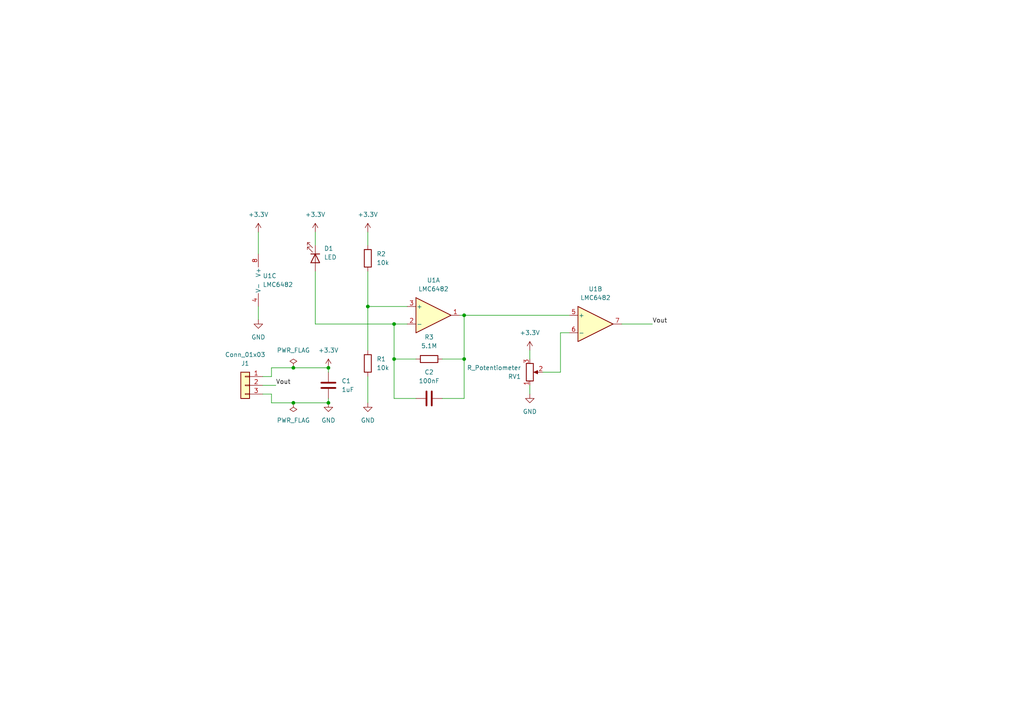
<source format=kicad_sch>
(kicad_sch (version 20250114) (generator "eeschema") (generator_version "9.0")
  (paper "A4")
  (lib_symbols
    (symbol "Amplifier_Operational:LMC6482" (pin_names (offset 0.127))
      (property "Reference" "U" (at 0 5.08 0))
      (property "Value" "LMC6482" (at 0 -5.08 0))
      (symbol "LMC6482_1_1"
        (polyline (pts (xy -5.08 5.08) (xy 5.08 0) (xy -5.08 -5.08) (xy -5.08 5.08)) (stroke (width 0.254)) (fill (type background)))
        (pin input line (at -7.62 2.54 0) (length 2.54) (name "+") (number "3"))
        (pin input line (at -7.62 -2.54 0) (length 2.54) (name "-") (number "2"))
        (pin output line (at 7.62 0 180) (length 2.54) (name "~") (number "1"))
      )
      (symbol "LMC6482_2_1"
        (polyline (pts (xy -5.08 5.08) (xy 5.08 0) (xy -5.08 -5.08) (xy -5.08 5.08)) (stroke (width 0.254)) (fill (type background)))
        (pin input line (at -7.62 2.54 0) (length 2.54) (name "+") (number "5"))
        (pin input line (at -7.62 -2.54 0) (length 2.54) (name "-") (number "6"))
        (pin output line (at 7.62 0 180) (length 2.54) (name "~") (number "7"))
      )
      (symbol "LMC6482_3_1"
        (pin power_in line (at -2.54 7.62 270) (length 3.81) (name "V+") (number "8"))
        (pin power_in line (at -2.54 -7.62 90) (length 3.81) (name "V-") (number "4"))
      )
    )
    (symbol "Connector_Generic:Conn_01x03" (pin_names (offset 1.016) (hide yes))
      (property "Reference" "J" (at 0 5.08 0))
      (property "Value" "Conn_01x03" (at 0 -5.08 0))
      (symbol "Conn_01x03_1_1"
        (rectangle (start -1.27 3.81) (end 1.27 -3.81) (stroke (width 0.254)) (fill (type background)))
        (rectangle (start -1.27 2.667) (end 0 2.413) (stroke (width 0.1524)))
        (rectangle (start -1.27 0.127) (end 0 -0.127) (stroke (width 0.1524)))
        (rectangle (start -1.27 -2.413) (end 0 -2.667) (stroke (width 0.1524)))
        (pin passive line (at -5.08 2.54 0) (length 3.81) (name "Pin_1") (number "1"))
        (pin passive line (at -5.08 0 0) (length 3.81) (name "Pin_2") (number "2"))
        (pin passive line (at -5.08 -2.54 0) (length 3.81) (name "Pin_3") (number "3"))
      )
    )
    (symbol "Device:C" (pin_numbers (hide yes)) (pin_names (offset 0.254))
      (property "Reference" "C" (at 0.635 2.54 0))
      (property "Value" "C" (at 0.635 -2.54 0))
      (symbol "C_0_1"
        (polyline (pts (xy -2.032 0.762) (xy 2.032 0.762)) (stroke (width 0.508)))
        (polyline (pts (xy -2.032 -0.762) (xy 2.032 -0.762)) (stroke (width 0.508)))
      )
      (symbol "C_1_1"
        (pin passive line (at 0 3.81 270) (length 2.794) (name "~") (number "1"))
        (pin passive line (at 0 -3.81 90) (length 2.794) (name "~") (number "2"))
      )
    )
    (symbol "Device:LED" (pin_numbers (hide yes)) (pin_names (offset 1.016) (hide yes))
      (property "Reference" "D" (at 0 2.54 0))
      (property "Value" "LED" (at 0 -2.54 0))
      (symbol "LED_0_1"
        (polyline (pts (xy -3.048 -0.762) (xy -4.572 -2.286) (xy -3.81 -2.286) (xy -4.572 -2.286) (xy -4.572 -1.524)))
        (polyline (pts (xy -1.778 -0.762) (xy -3.302 -2.286) (xy -2.54 -2.286) (xy -3.302 -2.286) (xy -3.302 -1.524)))
        (polyline (pts (xy -1.27 0) (xy 1.27 0)))
        (polyline (pts (xy -1.27 -1.27) (xy -1.27 1.27)) (stroke (width 0.254)))
        (polyline (pts (xy 1.27 -1.27) (xy 1.27 1.27) (xy -1.27 0) (xy 1.27 -1.27)) (stroke (width 0.254)))
      )
      (symbol "LED_1_1"
        (pin passive line (at -3.81 0 0) (length 2.54) (name "K") (number "1"))
        (pin passive line (at 3.81 0 180) (length 2.54) (name "A") (number "2"))
      )
    )
    (symbol "Device:R" (pin_numbers (hide yes)) (pin_names (offset 0))
      (property "Reference" "R" (at 2.032 0 90))
      (property "Value" "R" (at 0 0 90))
      (symbol "R_0_1"
        (rectangle (start -1.016 -2.54) (end 1.016 2.54) (stroke (width 0.254)))
      )
      (symbol "R_1_1"
        (pin passive line (at 0 3.81 270) (length 1.27) (name "~") (number "1"))
        (pin passive line (at 0 -3.81 90) (length 1.27) (name "~") (number "2"))
      )
    )
    (symbol "Device:R_Potentiometer" (pin_names (offset 1.016) (hide yes))
      (property "Reference" "RV" (at -4.445 0 90))
      (property "Value" "R_Potentiometer" (at -2.54 0 90))
      (symbol "R_Potentiometer_0_1"
        (rectangle (start 1.016 2.54) (end -1.016 -2.54) (stroke (width 0.254)))
        (polyline (pts (xy 1.143 0) (xy 2.286 0.508) (xy 2.286 -0.508) (xy 1.143 0)) (fill (type outline)))
        (polyline (pts (xy 2.54 0) (xy 1.524 0)))
      )
      (symbol "R_Potentiometer_1_1"
        (pin passive line (at 0 3.81 270) (length 1.27) (name "1") (number "1"))
        (pin passive line (at 0 -3.81 90) (length 1.27) (name "3") (number "3"))
        (pin passive line (at 3.81 0 180) (length 1.27) (name "2") (number "2"))
      )
    )
    (symbol "power:+3.3V" (power) (pin_numbers (hide yes)) (pin_names (offset 0) (hide yes))
      (property "Value" "+3.3V" (at 0 3.556 0))
      (symbol "+3.3V_0_1"
        (polyline (pts (xy -0.762 1.27) (xy 0 2.54)))
        (polyline (pts (xy 0 2.54) (xy 0.762 1.27)))
        (polyline (pts (xy 0 0) (xy 0 2.54)))
      )
      (symbol "+3.3V_1_1"
        (pin power_in line (at 0 0 90) (length 0) (name "~") (number "1"))
      )
    )
    (symbol "power:GND" (power) (pin_numbers (hide yes)) (pin_names (offset 0) (hide yes))
      (property "Value" "GND" (at 0 -3.81 0))
      (symbol "GND_0_1"
        (polyline (pts (xy 0 0) (xy 0 -1.27) (xy 1.27 -1.27) (xy 0 -2.54) (xy -1.27 -1.27) (xy 0 -1.27)))
      )
      (symbol "GND_1_1"
        (pin power_in line (at 0 0 270) (length 0) (name "~") (number "1"))
      )
    )
    (symbol "power:PWR_FLAG" (power) (pin_numbers (hide yes)) (pin_names (offset 0) (hide yes))
      (property "Value" "PWR_FLAG" (at 0 3.81 0))
      (symbol "PWR_FLAG_0_0"
        (pin power_out line (at 0 0 90) (length 0) (name "~") (number "1"))
      )
      (symbol "PWR_FLAG_0_1"
        (polyline (pts (xy 0 0) (xy 0 1.27) (xy -1.016 1.905) (xy 0 2.54) (xy 1.016 1.905) (xy 0 1.27)))
      )
    )
  )
  (junction (at 134.62 104.14))
  (junction (at 95.25 106.68))
  (junction (at 114.3 104.14))
  (junction (at 85.09 106.68))
  (junction (at 85.09 116.84))
  (junction (at 95.25 116.84))
  (junction (at 106.68 88.9))
  (junction (at 114.3 93.98))
  (junction (at 134.62 91.44))
  (wire (pts (xy 114.3 115.57) (xy 114.3 104.14)))
  (wire (pts (xy 120.65 115.57) (xy 114.3 115.57)))
  (wire (pts (xy 76.2 109.22) (xy 78.74 109.22)))
  (wire (pts (xy 133.35 91.44) (xy 134.62 91.44)))
  (wire (pts (xy 114.3 104.14) (xy 114.3 93.98)))
  (wire (pts (xy 134.62 104.14) (xy 134.62 91.44)))
  (wire (pts (xy 78.74 116.84) (xy 85.09 116.84)))
  (wire (pts (xy 78.74 106.68) (xy 85.09 106.68)))
  (wire (pts (xy 157.48 107.95) (xy 162.56 107.95)))
  (wire (pts (xy 85.09 116.84) (xy 95.25 116.84)))
  (wire (pts (xy 106.68 88.9) (xy 106.68 101.6)))
  (wire (pts (xy 180.34 93.98) (xy 189.23 93.98)))
  (wire (pts (xy 106.68 78.74) (xy 106.68 88.9)))
  (wire (pts (xy 91.44 93.98) (xy 114.3 93.98)))
  (wire (pts (xy 76.2 111.76) (xy 80.01 111.76)))
  (wire (pts (xy 95.25 115.57) (xy 95.25 116.84)))
  (wire (pts (xy 85.09 106.68) (xy 95.25 106.68)))
  (wire (pts (xy 95.25 106.68) (xy 95.25 107.95)))
  (wire (pts (xy 134.62 91.44) (xy 165.1 91.44)))
  (wire (pts (xy 153.67 101.6) (xy 153.67 104.14)))
  (wire (pts (xy 78.74 114.3) (xy 78.74 116.84)))
  (wire (pts (xy 153.67 114.3) (xy 153.67 111.76)))
  (wire (pts (xy 134.62 115.57) (xy 134.62 104.14)))
  (wire (pts (xy 74.93 88.9) (xy 74.93 92.71)))
  (wire (pts (xy 91.44 67.31) (xy 91.44 71.12)))
  (wire (pts (xy 91.44 78.74) (xy 91.44 93.98)))
  (wire (pts (xy 74.93 67.31) (xy 74.93 73.66)))
  (wire (pts (xy 128.27 115.57) (xy 134.62 115.57)))
  (wire (pts (xy 106.68 88.9) (xy 118.11 88.9)))
  (wire (pts (xy 114.3 93.98) (xy 118.11 93.98)))
  (wire (pts (xy 114.3 104.14) (xy 120.65 104.14)))
  (wire (pts (xy 106.68 67.31) (xy 106.68 71.12)))
  (wire (pts (xy 162.56 107.95) (xy 162.56 96.52)))
  (wire (pts (xy 162.56 96.52) (xy 165.1 96.52)))
  (wire (pts (xy 106.68 109.22) (xy 106.68 116.84)))
  (wire (pts (xy 78.74 109.22) (xy 78.74 106.68)))
  (wire (pts (xy 128.27 104.14) (xy 134.62 104.14)))
  (wire (pts (xy 76.2 114.3) (xy 78.74 114.3)))
  (label "Vout" (at 80.01 111.76 0))
  (label "Vout" (at 189.23 93.98 0))
  (symbol (lib_id "Device:C") (at 95.25 111.76 0) (unit 1)
    (property "Reference" "C1" (at 99.06 110.4899 0) (effects (justify left)))
    (property "Value" "1uF" (at 99.06 113.0299 0) (effects (justify left)))
    (property "Footprint" "Capacitor_SMD:C_0805_2012Metric" (effects (hide yes)))
    (property "Description" "Unpolarized capacitor" (effects (hide yes)))
  )
  (symbol (lib_id "Device:R_Potentiometer") (at 153.67 107.95 0) (mirror x) (unit 1)
    (property "Reference" "RV1" (at 151.13 109.2201 0) (effects (justify right)))
    (property "Value" "R_Potentiometer" (at 151.13 106.6801 0) (effects (justify right)))
    (property "Footprint" "Potentiometer_THT:Potentiometer_Vishay_T7-YA_Single_Vertical" (effects (hide yes)))
    (property "Description" "Potentiometer" (effects (hide yes)))
  )
  (symbol (lib_id "Amplifier_Operational:LMC6482") (at 77.47 81.28 0) (unit 3)
    (property "Reference" "U1" (at 76.2 80.0099 0) (effects (justify left)))
    (property "Value" "LMC6482" (at 76.2 82.5499 0) (effects (justify left)))
    (property "Footprint" "Package_SO:SOIC-8_3.9x4.9mm_P1.27mm" (effects (hide yes)))
    (property "Datasheet" "http://www.ti.com/lit/ds/symlink/lmc6482.pdf" (effects (hide yes)))
    (property "Description" "Dual CMOS Rail-to-Rail Input and Output Operational Amplifier, DIP-8/SOIC-8, SSOP-8" (effects (hide yes)))
  )
  (symbol (lib_id "power:+3.3V") (at 95.25 106.68 0) (unit 1)
    (property "Reference" "#PWR03" (effects (hide yes)))
    (property "Value" "+3.3V" (at 95.25 101.6 0))
    (property "Description" "Power symbol creates a global label with name \"+3.3V\"" (effects (hide yes)))
  )
  (symbol (lib_id "Device:R") (at 106.68 74.93 0) (unit 1)
    (property "Reference" "R2" (at 109.22 73.6599 0) (effects (justify left)))
    (property "Value" "10k" (at 109.22 76.1999 0) (effects (justify left)))
    (property "Footprint" "Resistor_THT:R_Axial_DIN0207_L6.3mm_D2.5mm_P7.62mm_Horizontal" (effects (hide yes)))
    (property "Description" "Resistor" (effects (hide yes)))
  )
  (symbol (lib_id "power:GND") (at 74.93 92.71 0) (unit 1)
    (property "Reference" "#PWR01" (effects (hide yes)))
    (property "Value" "GND" (at 74.93 97.79 0))
    (property "Description" "Power symbol creates a global label with name \"GND\" , ground" (effects (hide yes)))
  )
  (symbol (lib_id "Device:C") (at 124.46 115.57 90) (unit 1)
    (property "Reference" "C2" (at 124.46 107.95 90))
    (property "Value" "100nF" (at 124.46 110.49 90))
    (property "Footprint" "Capacitor_SMD:C_0805_2012Metric" (effects (hide yes)))
    (property "Description" "Unpolarized capacitor" (effects (hide yes)))
  )
  (symbol (lib_id "power:GND") (at 153.67 114.3 0) (unit 1)
    (property "Reference" "#PWR05" (effects (hide yes)))
    (property "Value" "GND" (at 153.67 119.38 0))
    (property "Description" "Power symbol creates a global label with name \"GND\" , ground" (effects (hide yes)))
  )
  (symbol (lib_id "power:+3.3V") (at 153.67 101.6 0) (unit 1)
    (property "Reference" "#PWR09" (effects (hide yes)))
    (property "Value" "+3.3V" (at 153.67 96.52 0))
    (property "Description" "Power symbol creates a global label with name \"+3.3V\"" (effects (hide yes)))
  )
  (symbol (lib_id "Device:R") (at 106.68 105.41 0) (unit 1)
    (property "Reference" "R1" (at 109.22 104.1399 0) (effects (justify left)))
    (property "Value" "10k" (at 109.22 106.6799 0) (effects (justify left)))
    (property "Footprint" "Resistor_THT:R_Axial_DIN0207_L6.3mm_D2.5mm_P7.62mm_Horizontal" (effects (hide yes)))
    (property "Description" "Resistor" (effects (hide yes)))
  )
  (symbol (lib_id "power:PWR_FLAG") (at 85.09 116.84 180) (unit 1)
    (property "Reference" "#FLG02" (effects (hide yes)))
    (property "Value" "PWR_FLAG" (at 85.09 121.92 0))
    (property "Description" "Special symbol for telling ERC where power comes from" (effects (hide yes)))
  )
  (symbol (lib_id "power:GND") (at 95.25 116.84 0) (unit 1)
    (property "Reference" "#PWR04" (effects (hide yes)))
    (property "Value" "GND" (at 95.25 121.92 0))
    (property "Description" "Power symbol creates a global label with name \"GND\" , ground" (effects (hide yes)))
  )
  (symbol (lib_id "power:GND") (at 106.68 116.84 0) (unit 1)
    (property "Reference" "#PWR08" (effects (hide yes)))
    (property "Value" "GND" (at 106.68 121.92 0))
    (property "Description" "Power symbol creates a global label with name \"GND\" , ground" (effects (hide yes)))
  )
  (symbol (lib_id "power:+3.3V") (at 106.68 67.31 0) (unit 1)
    (property "Reference" "#PWR07" (effects (hide yes)))
    (property "Value" "+3.3V" (at 106.68 62.23 0))
    (property "Description" "Power symbol creates a global label with name \"+3.3V\"" (effects (hide yes)))
  )
  (symbol (lib_id "power:+3.3V") (at 74.93 67.31 0) (unit 1)
    (property "Reference" "#PWR02" (effects (hide yes)))
    (property "Value" "+3.3V" (at 74.93 62.23 0))
    (property "Description" "Power symbol creates a global label with name \"+3.3V\"" (effects (hide yes)))
  )
  (symbol (lib_id "Amplifier_Operational:LMC6482") (at 125.73 91.44 0) (unit 1)
    (property "Reference" "U1" (at 125.73 81.28 0))
    (property "Value" "LMC6482" (at 125.73 83.82 0))
    (property "Footprint" "Package_SO:SOIC-8_3.9x4.9mm_P1.27mm" (effects (hide yes)))
    (property "Datasheet" "http://www.ti.com/lit/ds/symlink/lmc6482.pdf" (effects (hide yes)))
    (property "Description" "Dual CMOS Rail-to-Rail Input and Output Operational Amplifier, DIP-8/SOIC-8, SSOP-8" (effects (hide yes)))
  )
  (symbol (lib_id "Connector_Generic:Conn_01x03") (at 71.12 111.76 0) (mirror y) (unit 1)
    (property "Reference" "J1" (at 71.12 105.41 0))
    (property "Value" "Conn_01x03" (at 71.12 102.87 0))
    (property "Footprint" "Connector_PinSocket_2.54mm:PinSocket_1x03_P2.54mm_Vertical" (effects (hide yes)))
    (property "Description" "Generic connector, single row, 01x03, script generated (kicad-library-utils/schlib/autogen/connector/)" (effects (hide yes)))
  )
  (symbol (lib_id "Device:LED") (at 91.44 74.93 270) (unit 1)
    (property "Reference" "D1" (at 93.98 72.0724 90) (effects (justify left)))
    (property "Value" "LED" (at 93.98 74.6124 90) (effects (justify left)))
    (property "Footprint" "LED_THT:LED_D5.0mm" (effects (hide yes)))
    (property "Description" "Light emitting diode" (effects (hide yes)))
    (property "Sim.Pins" "1=K 2=A" (effects (hide yes)))
  )
  (symbol (lib_id "power:PWR_FLAG") (at 85.09 106.68 0) (unit 1)
    (property "Reference" "#FLG01" (effects (hide yes)))
    (property "Value" "PWR_FLAG" (at 85.09 101.6 0))
    (property "Description" "Special symbol for telling ERC where power comes from" (effects (hide yes)))
  )
  (symbol (lib_id "Amplifier_Operational:LMC6482") (at 172.72 93.98 0) (unit 2)
    (property "Reference" "U1" (at 172.72 83.82 0))
    (property "Value" "LMC6482" (at 172.72 86.36 0))
    (property "Footprint" "Package_SO:SOIC-8_3.9x4.9mm_P1.27mm" (effects (hide yes)))
    (property "Datasheet" "http://www.ti.com/lit/ds/symlink/lmc6482.pdf" (effects (hide yes)))
    (property "Description" "Dual CMOS Rail-to-Rail Input and Output Operational Amplifier, DIP-8/SOIC-8, SSOP-8" (effects (hide yes)))
  )
  (symbol (lib_id "Device:R") (at 124.46 104.14 90) (unit 1)
    (property "Reference" "R3" (at 124.46 97.79 90))
    (property "Value" "5.1M" (at 124.46 100.33 90))
    (property "Footprint" "Resistor_THT:R_Axial_DIN0207_L6.3mm_D2.5mm_P7.62mm_Horizontal" (effects (hide yes)))
    (property "Description" "Resistor" (effects (hide yes)))
  )
  (symbol (lib_id "power:+3.3V") (at 91.44 67.31 0) (unit 1)
    (property "Reference" "#PWR06" (effects (hide yes)))
    (property "Value" "+3.3V" (at 91.44 62.23 0))
    (property "Description" "Power symbol creates a global label with name \"+3.3V\"" (effects (hide yes)))
  )
)
</source>
